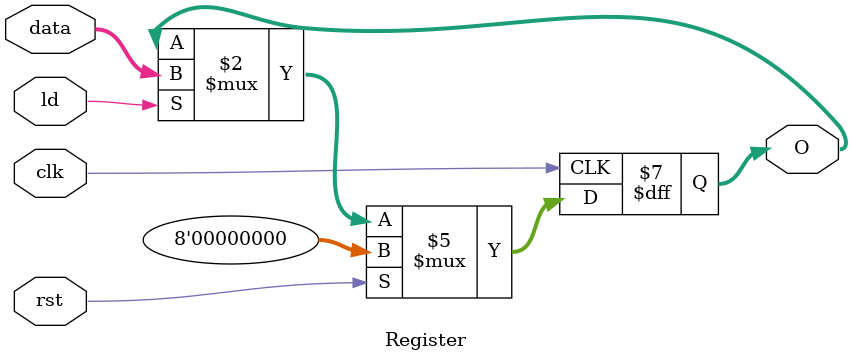
<source format=v>
module Register #(parameter size=8) (input clk, ld, rst, input [size-1:0]data, output reg [size-1:0]O);
  always @(posedge clk) begin
    if(rst)
      O <= 0;
    else if(ld)
      O <= data;
  end
endmodule
</source>
